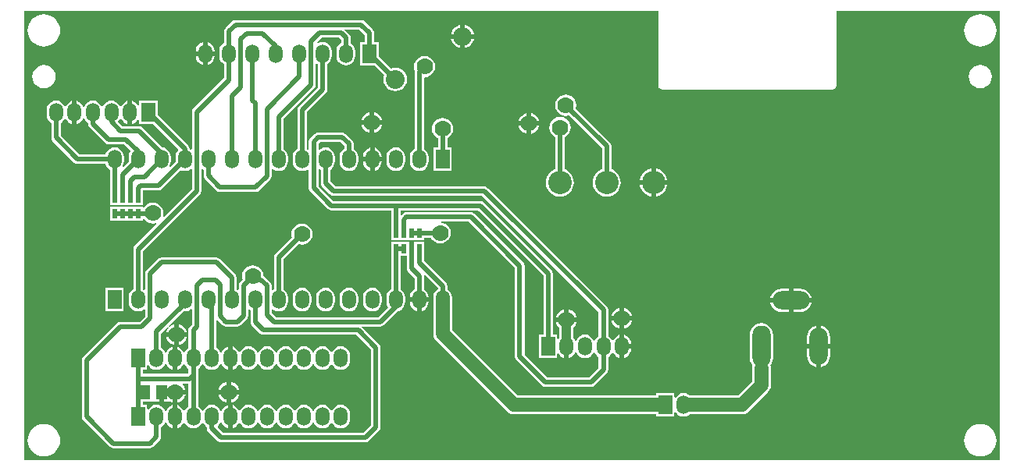
<source format=gbl>
%FSLAX44Y44*%
%MOMM*%
G71*
G01*
G75*
G04 Layer_Physical_Order=2*
G04 Layer_Color=16711680*
%ADD10R,2.2000X0.6000*%
%ADD11R,2.2000X0.6000*%
%ADD12R,1.5000X1.3000*%
%ADD13C,1.2700*%
%ADD14C,0.5080*%
%ADD15C,1.0160*%
%ADD16C,2.0320*%
%ADD17C,2.5400*%
%ADD18R,1.5000X2.0320*%
%ADD19O,1.5000X2.0320*%
%ADD20O,2.0000X4.5000*%
%ADD21O,2.0000X4.0000*%
%ADD22O,4.0000X2.0000*%
%ADD23C,1.5000*%
%ADD24C,1.5000*%
%ADD25C,1.7780*%
%ADD26R,1.3000X1.5000*%
%ADD27R,0.5000X1.0000*%
%ADD28C,1.5240*%
G36*
X934115Y-59615D02*
X-123115D01*
Y427615D01*
X564115D01*
Y346500D01*
X564411Y345013D01*
X565253Y343753D01*
X566513Y342911D01*
X568000Y342615D01*
X753000D01*
X754487Y342911D01*
X755747Y343753D01*
X756589Y345013D01*
X756885Y346500D01*
D01*
D01*
D01*
D01*
D01*
X756885D01*
D01*
D01*
D01*
D01*
Y346500D01*
X756885D01*
D01*
Y346500D01*
D01*
D01*
D01*
D01*
D01*
D01*
D01*
D01*
D01*
D01*
D01*
D01*
Y346500D01*
D01*
X756885D01*
D01*
D01*
D01*
D01*
X756885Y346500D01*
Y427615D01*
X934115D01*
Y-59615D01*
D02*
G37*
%LPC*%
G36*
X314927Y111760D02*
X307340D01*
Y101848D01*
X307421Y101858D01*
X309863Y102870D01*
X311961Y104479D01*
X313570Y106577D01*
X314582Y109019D01*
X314927Y111640D01*
Y111760D01*
D02*
G37*
G36*
X457526Y312680D02*
X454543Y312287D01*
X451762Y311136D01*
X449374Y309303D01*
X447542Y306916D01*
X446391Y304135D01*
X445998Y301152D01*
X446391Y298168D01*
X447542Y295387D01*
X449374Y293000D01*
X451762Y291168D01*
X452347Y290925D01*
Y255754D01*
X451340Y255448D01*
X448692Y254033D01*
X446371Y252129D01*
X444467Y249808D01*
X443052Y247160D01*
X442180Y244288D01*
X441886Y241300D01*
X442180Y238312D01*
X443052Y235440D01*
X444467Y232792D01*
X446371Y230471D01*
X448692Y228567D01*
X451340Y227152D01*
X454212Y226280D01*
X457200Y225986D01*
X460188Y226280D01*
X463060Y227152D01*
X465708Y228567D01*
X468028Y230471D01*
X469933Y232792D01*
X471348Y235440D01*
X472220Y238312D01*
X472514Y241300D01*
X472220Y244288D01*
X471348Y247160D01*
X469933Y249808D01*
X468028Y252129D01*
X465708Y254033D01*
X463060Y255448D01*
X462706Y255556D01*
Y290925D01*
X463291Y291168D01*
X465678Y293000D01*
X467510Y295387D01*
X468662Y298168D01*
X469055Y301152D01*
X468662Y304135D01*
X467510Y306916D01*
X465678Y309303D01*
X463291Y311136D01*
X460510Y312287D01*
X457526Y312680D01*
D02*
G37*
G36*
X717800Y126148D02*
X710340D01*
Y117385D01*
X705260D01*
Y126148D01*
X697800D01*
X694526Y125717D01*
X691476Y124454D01*
X688856Y122444D01*
X686846Y119824D01*
X685583Y116774D01*
X685486Y116040D01*
X694914D01*
X694211Y114987D01*
X693915Y113500D01*
X694211Y112013D01*
X694914Y110960D01*
X685486D01*
X685583Y110226D01*
X686846Y107176D01*
X688856Y104556D01*
X691476Y102546D01*
X694526Y101283D01*
X697800Y100852D01*
X705260D01*
Y109615D01*
X710340D01*
Y100852D01*
X717800D01*
X721074Y101283D01*
X724124Y102546D01*
X726744Y104556D01*
X728754Y107176D01*
X730017Y110226D01*
X730114Y110960D01*
X720686D01*
X721389Y112013D01*
X721685Y113500D01*
X721389Y114987D01*
X720686Y116040D01*
X730114D01*
X730017Y116774D01*
X728754Y119824D01*
X726744Y122444D01*
X724124Y124454D01*
X721074Y125717D01*
X717800Y126148D01*
D02*
G37*
G36*
X254000Y127087D02*
X251379Y126742D01*
X248937Y125730D01*
X246839Y124121D01*
X245230Y122023D01*
X244218Y119581D01*
X243873Y116960D01*
Y111640D01*
X244218Y109019D01*
X245230Y106577D01*
X246839Y104479D01*
X248937Y102870D01*
X251379Y101858D01*
X254000Y101513D01*
X256621Y101858D01*
X259063Y102870D01*
X261161Y104479D01*
X262770Y106577D01*
X263782Y109019D01*
X264127Y111640D01*
Y116960D01*
X263782Y119581D01*
X262770Y122023D01*
X261161Y124121D01*
X259063Y125730D01*
X256621Y126742D01*
X254000Y127087D01*
D02*
G37*
G36*
X-15360Y127000D02*
X-35440D01*
Y101600D01*
X-15360D01*
Y127000D01*
D02*
G37*
G36*
X302260Y111760D02*
X294673D01*
Y111640D01*
X295018Y109019D01*
X296030Y106577D01*
X297639Y104479D01*
X299737Y102870D01*
X302179Y101858D01*
X302260Y101848D01*
Y111760D01*
D02*
G37*
G36*
X561340Y256364D02*
Y243840D01*
X573864D01*
X573820Y244288D01*
X572948Y247160D01*
X571533Y249808D01*
X569628Y252129D01*
X567308Y254033D01*
X564660Y255448D01*
X561788Y256320D01*
X561340Y256364D01*
D02*
G37*
G36*
X279400Y279487D02*
X276779Y279142D01*
X274337Y278130D01*
X272239Y276521D01*
X270630Y274423D01*
X269618Y271981D01*
X269273Y269360D01*
Y264040D01*
X269618Y261419D01*
X270630Y258977D01*
X272239Y256879D01*
X274337Y255270D01*
X276779Y254258D01*
X279400Y253913D01*
X282021Y254258D01*
X284463Y255270D01*
X286561Y256879D01*
X288170Y258977D01*
X289182Y261419D01*
X289527Y264040D01*
Y269360D01*
X289182Y271981D01*
X288170Y274423D01*
X286561Y276521D01*
X284463Y278130D01*
X282021Y279142D01*
X279400Y279487D01*
D02*
G37*
G36*
X310723Y378814D02*
X307739Y378421D01*
X304959Y377270D01*
X302571Y375438D01*
X300739Y373050D01*
X299587Y370269D01*
X299194Y367285D01*
X299587Y364302D01*
X300005Y363294D01*
X299620Y361362D01*
Y278041D01*
X297639Y276521D01*
X296030Y274423D01*
X295018Y271981D01*
X294673Y269360D01*
Y264040D01*
X295018Y261419D01*
X296030Y258977D01*
X297639Y256879D01*
X299737Y255270D01*
X302179Y254258D01*
X304800Y253913D01*
X307421Y254258D01*
X309863Y255270D01*
X311961Y256879D01*
X313570Y258977D01*
X314582Y261419D01*
X314927Y264040D01*
Y269360D01*
X314582Y271981D01*
X313570Y274423D01*
X311961Y276521D01*
X309979Y278041D01*
Y355105D01*
X310723Y355757D01*
X313707Y356150D01*
X316487Y357301D01*
X318875Y359133D01*
X320707Y361521D01*
X321859Y364302D01*
X322252Y367285D01*
X321859Y370269D01*
X320707Y373050D01*
X318875Y375438D01*
X316487Y377270D01*
X313707Y378421D01*
X310723Y378814D01*
D02*
G37*
G36*
X556260Y256364D02*
X555812Y256320D01*
X552940Y255448D01*
X550292Y254033D01*
X547971Y252129D01*
X546067Y249808D01*
X544652Y247160D01*
X543781Y244288D01*
X543736Y243840D01*
X556260D01*
Y256364D01*
D02*
G37*
G36*
X463717Y336802D02*
X460733Y336409D01*
X457953Y335257D01*
X455565Y333425D01*
X453733Y331037D01*
X452581Y328257D01*
X452188Y325273D01*
X452581Y322289D01*
X453733Y319509D01*
X455565Y317121D01*
X457953Y315289D01*
X460733Y314137D01*
X463717Y313745D01*
X466701Y314137D01*
X467286Y314380D01*
X502821Y278845D01*
Y255655D01*
X502140Y255448D01*
X499492Y254033D01*
X497172Y252129D01*
X495267Y249808D01*
X493852Y247160D01*
X492980Y244288D01*
X492686Y241300D01*
X492980Y238312D01*
X493852Y235440D01*
X495267Y232792D01*
X497172Y230471D01*
X499492Y228567D01*
X502140Y227152D01*
X505012Y226280D01*
X508000Y225986D01*
X510988Y226280D01*
X513860Y227152D01*
X516508Y228567D01*
X518829Y230471D01*
X520733Y232792D01*
X522148Y235440D01*
X523019Y238312D01*
X523314Y241300D01*
X523019Y244288D01*
X522148Y247160D01*
X520733Y249808D01*
X518829Y252129D01*
X516508Y254033D01*
X513860Y255448D01*
X513180Y255655D01*
Y280990D01*
X512785Y282972D01*
X511662Y284653D01*
X511662Y284653D01*
X511662D01*
D01*
X511662Y284653D01*
Y284653D01*
X474611Y321704D01*
X474853Y322289D01*
X475246Y325273D01*
X474853Y328257D01*
X473701Y331037D01*
X471869Y333425D01*
X469482Y335257D01*
X466701Y336409D01*
X463717Y336802D01*
D02*
G37*
G36*
X556260Y238760D02*
X543736D01*
X543781Y238312D01*
X544652Y235440D01*
X546067Y232792D01*
X547971Y230471D01*
X550292Y228567D01*
X552940Y227152D01*
X555812Y226280D01*
X556260Y226236D01*
Y238760D01*
D02*
G37*
G36*
X573864D02*
X561340D01*
Y226236D01*
X561788Y226280D01*
X564660Y227152D01*
X567308Y228567D01*
X569628Y230471D01*
X571533Y232792D01*
X572948Y235440D01*
X573820Y238312D01*
X573864Y238760D01*
D02*
G37*
G36*
X534627Y60960D02*
X527040D01*
Y51048D01*
X527121Y51058D01*
X529563Y52070D01*
X531661Y53679D01*
X533270Y55777D01*
X534282Y58219D01*
X534627Y60840D01*
Y60960D01*
D02*
G37*
G36*
X527040Y75952D02*
Y66040D01*
X534627D01*
Y66160D01*
X534282Y68781D01*
X533270Y71223D01*
X531661Y73321D01*
X529563Y74930D01*
X527121Y75942D01*
X527040Y75952D01*
D02*
G37*
G36*
X740340Y85814D02*
Y76386D01*
X739287Y77089D01*
X737800Y77385D01*
X736313Y77089D01*
X735260Y76386D01*
Y85814D01*
X734526Y85717D01*
X731476Y84454D01*
X728856Y82444D01*
X726846Y79824D01*
X725583Y76774D01*
X725152Y73500D01*
Y66040D01*
X733915D01*
Y60960D01*
X725152D01*
Y53500D01*
X725583Y50226D01*
X726846Y47176D01*
X728856Y44556D01*
X731476Y42546D01*
X734526Y41283D01*
X735260Y41186D01*
Y50614D01*
X736313Y49911D01*
X737800Y49615D01*
X739287Y49911D01*
X740340Y50614D01*
Y41186D01*
X741074Y41283D01*
X744124Y42546D01*
X746744Y44556D01*
X748754Y47176D01*
X750017Y50226D01*
X750448Y53500D01*
Y60960D01*
X741685D01*
Y66040D01*
X750448D01*
Y73500D01*
X750017Y76774D01*
X748754Y79824D01*
X746744Y82444D01*
X744124Y84454D01*
X741074Y85717D01*
X740340Y85814D01*
D02*
G37*
G36*
X-102000Y-20875D02*
X-105438Y-21214D01*
X-108745Y-22217D01*
X-111792Y-23846D01*
X-114463Y-26037D01*
X-116655Y-28708D01*
X-118283Y-31755D01*
X-119286Y-35062D01*
X-119625Y-38500D01*
X-119286Y-41938D01*
X-118283Y-45245D01*
X-116655Y-48292D01*
X-114463Y-50963D01*
X-111792Y-53155D01*
X-108745Y-54783D01*
X-105438Y-55786D01*
X-102000Y-56125D01*
X-98562Y-55786D01*
X-95255Y-54783D01*
X-92208Y-53155D01*
X-89537Y-50963D01*
X-87346Y-48292D01*
X-85717Y-45245D01*
X-84714Y-41938D01*
X-84375Y-38500D01*
X-84714Y-35062D01*
X-85717Y-31755D01*
X-87346Y-28708D01*
X-89537Y-26037D01*
X-92208Y-23846D01*
X-95255Y-22217D01*
X-98562Y-21214D01*
X-102000Y-20875D01*
D02*
G37*
G36*
X913000D02*
X909562Y-21214D01*
X906255Y-22217D01*
X903208Y-23846D01*
X900537Y-26037D01*
X898345Y-28708D01*
X896717Y-31755D01*
X895714Y-35062D01*
X895375Y-38500D01*
X895714Y-41938D01*
X896717Y-45245D01*
X898345Y-48292D01*
X900537Y-50963D01*
X903208Y-53155D01*
X906255Y-54783D01*
X909562Y-55786D01*
X913000Y-56125D01*
X916439Y-55786D01*
X919745Y-54783D01*
X922792Y-53155D01*
X925463Y-50963D01*
X927654Y-48292D01*
X929283Y-45245D01*
X930286Y-41938D01*
X930625Y-38500D01*
X930286Y-35062D01*
X929283Y-31755D01*
X927654Y-28708D01*
X925463Y-26037D01*
X922792Y-23846D01*
X919745Y-22217D01*
X916439Y-21214D01*
X913000Y-20875D01*
D02*
G37*
G36*
X51580Y11176D02*
X42926D01*
Y2522D01*
X43370Y2580D01*
X46150Y3732D01*
X48538Y5564D01*
X50370Y7952D01*
X51522Y10732D01*
X51580Y11176D01*
D02*
G37*
G36*
X521960Y91430D02*
X513306D01*
X513364Y90986D01*
X514516Y88206D01*
X516348Y85818D01*
X518736Y83986D01*
X521516Y82834D01*
X521960Y82776D01*
Y91430D01*
D02*
G37*
G36*
X177800Y127087D02*
X175179Y126742D01*
X172737Y125730D01*
X170639Y124121D01*
X169030Y122023D01*
X168018Y119581D01*
X167673Y116960D01*
Y111640D01*
X168018Y109019D01*
X169030Y106577D01*
X170639Y104479D01*
X172737Y102870D01*
X175179Y101858D01*
X177800Y101513D01*
X180421Y101858D01*
X182863Y102870D01*
X184961Y104479D01*
X186570Y106577D01*
X187582Y109019D01*
X187927Y111640D01*
Y116960D01*
X187582Y119581D01*
X186570Y122023D01*
X184961Y124121D01*
X182863Y125730D01*
X180421Y126742D01*
X177800Y127087D01*
D02*
G37*
G36*
X203200D02*
X200579Y126742D01*
X198137Y125730D01*
X196039Y124121D01*
X194430Y122023D01*
X193418Y119581D01*
X193073Y116960D01*
Y111640D01*
X193418Y109019D01*
X194430Y106577D01*
X196039Y104479D01*
X198137Y102870D01*
X200579Y101858D01*
X203200Y101513D01*
X205821Y101858D01*
X208263Y102870D01*
X210361Y104479D01*
X211970Y106577D01*
X212982Y109019D01*
X213327Y111640D01*
Y116960D01*
X212982Y119581D01*
X211970Y122023D01*
X210361Y124121D01*
X208263Y125730D01*
X205821Y126742D01*
X203200Y127087D01*
D02*
G37*
G36*
X228600D02*
X225979Y126742D01*
X223537Y125730D01*
X221439Y124121D01*
X219830Y122023D01*
X218818Y119581D01*
X218473Y116960D01*
Y111640D01*
X218818Y109019D01*
X219830Y106577D01*
X221439Y104479D01*
X223537Y102870D01*
X225979Y101858D01*
X228600Y101513D01*
X231221Y101858D01*
X233663Y102870D01*
X235761Y104479D01*
X237370Y106577D01*
X238382Y109019D01*
X238727Y111640D01*
Y116960D01*
X238382Y119581D01*
X237370Y122023D01*
X235761Y124121D01*
X233663Y125730D01*
X231221Y126742D01*
X228600Y127087D01*
D02*
G37*
G36*
X535694Y91430D02*
X527040D01*
Y82776D01*
X527484Y82834D01*
X530264Y83986D01*
X532652Y85818D01*
X534484Y88206D01*
X535636Y90986D01*
X535694Y91430D01*
D02*
G37*
G36*
X521960Y105164D02*
X521516Y105106D01*
X518736Y103954D01*
X516348Y102122D01*
X514516Y99734D01*
X513364Y96954D01*
X513306Y96510D01*
X521960D01*
Y105164D01*
D02*
G37*
G36*
X527040D02*
Y96510D01*
X535694D01*
X535636Y96954D01*
X534484Y99734D01*
X532652Y102122D01*
X530264Y103954D01*
X527484Y105106D01*
X527040Y105164D01*
D02*
G37*
G36*
X83127Y378960D02*
X75540D01*
Y369048D01*
X75621Y369058D01*
X78063Y370070D01*
X80161Y371679D01*
X81770Y373777D01*
X82782Y376219D01*
X83127Y378840D01*
Y378960D01*
D02*
G37*
G36*
X70460Y393952D02*
X70379Y393942D01*
X67937Y392930D01*
X65839Y391321D01*
X64230Y389223D01*
X63218Y386781D01*
X62873Y384160D01*
Y384040D01*
X70460D01*
Y393952D01*
D02*
G37*
G36*
X241897Y417929D02*
X105812D01*
X103830Y417535D01*
X102150Y416413D01*
X94738Y409000D01*
X93615Y407320D01*
X93221Y405338D01*
Y392841D01*
X91239Y391321D01*
X89630Y389223D01*
X88618Y386781D01*
X88273Y384160D01*
Y378840D01*
X88618Y376219D01*
X89630Y373777D01*
X91239Y371679D01*
X93221Y370159D01*
Y354920D01*
X59951Y321651D01*
X58828Y319970D01*
X58434Y317988D01*
Y277593D01*
X57295Y277031D01*
X55923Y278084D01*
X55585Y279782D01*
X55135Y280455D01*
X54462Y281462D01*
X54462Y281462D01*
X21140Y314785D01*
Y330200D01*
X1060D01*
Y325716D01*
X144Y325337D01*
X-143Y325240D01*
X-1739Y327321D01*
X-3837Y328930D01*
X-6279Y329942D01*
X-6360Y329952D01*
Y317498D01*
Y305048D01*
X-6279Y305058D01*
X-3837Y306070D01*
X-1739Y307679D01*
X-143Y309760D01*
X144Y309663D01*
X1060Y309284D01*
Y304800D01*
X16475D01*
X43708Y277567D01*
X43639Y276521D01*
X42030Y274423D01*
X41018Y271981D01*
X40673Y269360D01*
Y264040D01*
X40690Y263915D01*
X35353Y258578D01*
X34297Y259284D01*
X35182Y261419D01*
X35527Y264040D01*
Y269360D01*
X35182Y271981D01*
X34170Y274423D01*
X32561Y276521D01*
X30463Y278130D01*
X28021Y279142D01*
X26596Y279329D01*
X4762Y301162D01*
X3082Y302285D01*
X1100Y302680D01*
X-16755D01*
X-21740Y307665D01*
X-21739Y307679D01*
X-20130Y309777D01*
X-19535Y311213D01*
X-18265D01*
X-17670Y309777D01*
X-16061Y307679D01*
X-13963Y306070D01*
X-11521Y305058D01*
X-11440Y305048D01*
Y317498D01*
Y329952D01*
X-11521Y329942D01*
X-13963Y328930D01*
X-16061Y327321D01*
X-17670Y325223D01*
X-18265Y323787D01*
X-19535D01*
X-20130Y325223D01*
X-21739Y327321D01*
X-23837Y328930D01*
X-26279Y329942D01*
X-28900Y330287D01*
X-31521Y329942D01*
X-33963Y328930D01*
X-36061Y327321D01*
X-37670Y325223D01*
X-38265Y323787D01*
X-39535D01*
X-40130Y325223D01*
X-41739Y327321D01*
X-43837Y328930D01*
X-46279Y329942D01*
X-48900Y330287D01*
X-51521Y329942D01*
X-53963Y328930D01*
X-56061Y327321D01*
X-57670Y325223D01*
X-58265Y323787D01*
X-59535D01*
X-60130Y325223D01*
X-61739Y327321D01*
X-63837Y328930D01*
X-66279Y329942D01*
X-66360Y329952D01*
Y317498D01*
Y305048D01*
X-66279Y305058D01*
X-63837Y306070D01*
X-61739Y307679D01*
X-60130Y309777D01*
X-59535Y311213D01*
X-58265D01*
X-57670Y309777D01*
X-56061Y307679D01*
X-54079Y306159D01*
X-54079Y306159D01*
X-54080Y305351D01*
X-54079Y305351D01*
X-54079D01*
X-53685Y303369D01*
X-52562Y301689D01*
X-35317Y284443D01*
X-33637Y283321D01*
X-31655Y282926D01*
X-15015D01*
X-7790Y275701D01*
X-8770Y274423D01*
X-9782Y271981D01*
X-10127Y269360D01*
Y264040D01*
X-10110Y263915D01*
X-15447Y258578D01*
X-16503Y259284D01*
X-15618Y261419D01*
X-15273Y264040D01*
Y269360D01*
X-15618Y271981D01*
X-16630Y274423D01*
X-18239Y276521D01*
X-20337Y278130D01*
X-22779Y279142D01*
X-25400Y279487D01*
X-28021Y279142D01*
X-30463Y278130D01*
X-32561Y276521D01*
X-34170Y274423D01*
X-35182Y271981D01*
X-35195Y271880D01*
X-63284D01*
X-83721Y292316D01*
Y306159D01*
X-81739Y307679D01*
X-80130Y309777D01*
X-79535Y311213D01*
X-78265D01*
X-77670Y309777D01*
X-76061Y307679D01*
X-73963Y306070D01*
X-71521Y305058D01*
X-71440Y305048D01*
Y317498D01*
Y329952D01*
X-71521Y329942D01*
X-73963Y328930D01*
X-76061Y327321D01*
X-77670Y325223D01*
X-78265Y323787D01*
X-79535D01*
X-80130Y325223D01*
X-81739Y327321D01*
X-83837Y328930D01*
X-86279Y329942D01*
X-88900Y330287D01*
X-91521Y329942D01*
X-93963Y328930D01*
X-96061Y327321D01*
X-97670Y325223D01*
X-98682Y322781D01*
X-99027Y320160D01*
Y314840D01*
X-98682Y312219D01*
X-97670Y309777D01*
X-96061Y307679D01*
X-94080Y306159D01*
Y290170D01*
X-94080Y290170D01*
X-94080D01*
X-93685Y288188D01*
X-92563Y286508D01*
X-69092Y263037D01*
D01*
X-69092Y263037D01*
X-69092Y263037D01*
D01*
D01*
D01*
X-69092Y263037D01*
Y263037D01*
X-67412Y261915D01*
X-65430Y261521D01*
X-35195D01*
X-35182Y261419D01*
X-34170Y258977D01*
X-32561Y256879D01*
X-30580Y255359D01*
Y224367D01*
X-30440Y223665D01*
Y216827D01*
X5040D01*
Y223665D01*
X5179Y224367D01*
Y232818D01*
X22097D01*
X24080Y233212D01*
X25760Y234335D01*
Y234335D01*
X25760D01*
D01*
D01*
D01*
D01*
D01*
D01*
X25760D01*
D01*
X25760D01*
Y234335D01*
D01*
D01*
D01*
D01*
Y234335D01*
D01*
D01*
D01*
D01*
D01*
D01*
Y234335D01*
D01*
D01*
X25760D01*
D01*
D01*
D01*
X46414Y254989D01*
X48179Y254258D01*
X50800Y253913D01*
X53421Y254258D01*
X55863Y255270D01*
X57295Y256369D01*
X58434Y255807D01*
Y234611D01*
X28038Y204216D01*
X26983Y204921D01*
X27138Y205296D01*
X27531Y208280D01*
X27138Y211264D01*
X25986Y214044D01*
X24154Y216432D01*
X21766Y218264D01*
X18986Y219416D01*
X16002Y219809D01*
X13018Y219416D01*
X10238Y218264D01*
X7850Y216432D01*
X6243Y214337D01*
X5040Y214745D01*
Y214973D01*
X-30440D01*
Y208135D01*
X-30580Y207433D01*
X-30440Y206732D01*
Y199893D01*
X5040D01*
Y201815D01*
X6243Y202223D01*
X7850Y200128D01*
X10238Y198296D01*
X13018Y197144D01*
X16002Y196751D01*
X18986Y197144D01*
X19361Y197299D01*
X20066Y196243D01*
X-3663Y172515D01*
X-4785Y170835D01*
X-5179Y168852D01*
Y125641D01*
X-7161Y124121D01*
X-8770Y122023D01*
X-9782Y119581D01*
X-10127Y116960D01*
Y111640D01*
X-9782Y109019D01*
X-8770Y106577D01*
X-7161Y104479D01*
X-5063Y102870D01*
X-2621Y101858D01*
X0Y101513D01*
X2621Y101858D01*
X5063Y102870D01*
X6381Y103882D01*
X7520Y103320D01*
Y96125D01*
X1665Y90269D01*
X-19050D01*
X-19050Y90269D01*
X-21032Y89875D01*
X-22713Y88752D01*
X-59542Y51922D01*
X-60665Y50242D01*
X-61059Y48260D01*
Y-12700D01*
X-61059Y-12700D01*
X-61059D01*
X-60665Y-14682D01*
X-59542Y-16363D01*
X-30333Y-45573D01*
X-28652Y-46695D01*
X-26670Y-47090D01*
X-26670Y-47090D01*
X12700D01*
X14682Y-46695D01*
X16362Y-45573D01*
Y-45573D01*
X16363D01*
D01*
D01*
D01*
D01*
D01*
D01*
X16363D01*
D01*
X16363D01*
Y-45573D01*
D01*
D01*
D01*
D01*
Y-45573D01*
D01*
D01*
D01*
D01*
D01*
D01*
Y-45573D01*
D01*
D01*
X16363D01*
D01*
D01*
D01*
X23663Y-38273D01*
X24785Y-36592D01*
X25180Y-34610D01*
D01*
D01*
D01*
D01*
D01*
X25180D01*
D01*
D01*
D01*
D01*
Y-34610D01*
X25180D01*
D01*
Y-34610D01*
D01*
D01*
D01*
D01*
D01*
D01*
D01*
D01*
D01*
D01*
D01*
D01*
Y-34610D01*
D01*
X25180D01*
D01*
D01*
D01*
D01*
X25180Y-34610D01*
Y-24041D01*
X27161Y-22521D01*
X28770Y-20423D01*
X29365Y-18987D01*
X30635D01*
X31230Y-20423D01*
X32839Y-22521D01*
X34937Y-24130D01*
X37379Y-25142D01*
X37460Y-25152D01*
Y-12702D01*
Y-248D01*
X37379Y-258D01*
X34937Y-1270D01*
X32839Y-2879D01*
X31230Y-4977D01*
X30635Y-6413D01*
X29365D01*
X28770Y-4977D01*
X27161Y-2879D01*
X25063Y-1270D01*
X22621Y-258D01*
X20000Y87D01*
X17379Y-258D01*
X14937Y-1270D01*
X12839Y-2879D01*
X11243Y-4960D01*
X10956Y-4863D01*
X10040Y-4484D01*
Y0D01*
X5179D01*
Y3930D01*
X16050D01*
Y3930D01*
X16050D01*
X16050Y3930D01*
X16970D01*
Y3930D01*
X23470D01*
Y13973D01*
X28550D01*
Y3930D01*
X34364D01*
X34622Y3732D01*
X37402Y2580D01*
X37846Y2522D01*
Y13719D01*
X40384D01*
Y16256D01*
X51580D01*
X51522Y16700D01*
X50370Y19480D01*
X48538Y21868D01*
X48280Y22066D01*
X48688Y23268D01*
X54820D01*
Y-1359D01*
X52839Y-2879D01*
X51230Y-4977D01*
X50635Y-6413D01*
X49365D01*
X48770Y-4977D01*
X47161Y-2879D01*
X45063Y-1270D01*
X42621Y-258D01*
X42540Y-248D01*
Y-12702D01*
Y-25152D01*
X42621Y-25142D01*
X45063Y-24130D01*
X47161Y-22521D01*
X48770Y-20423D01*
X49365Y-18987D01*
X50635D01*
X51230Y-20423D01*
X52839Y-22521D01*
X54937Y-24130D01*
X57379Y-25142D01*
X60000Y-25487D01*
X62621Y-25142D01*
X65063Y-24130D01*
X67161Y-22521D01*
X68770Y-20423D01*
X69365Y-18987D01*
X70635D01*
X71230Y-20423D01*
X72839Y-22521D01*
X74820Y-24041D01*
Y-25400D01*
X74820Y-25400D01*
X74820D01*
X75215Y-27382D01*
X76337Y-29062D01*
X86488Y-39213D01*
X88168Y-40335D01*
X90150Y-40729D01*
X246390D01*
X248372Y-40335D01*
X250052Y-39213D01*
Y-39213D01*
X250053D01*
D01*
D01*
D01*
D01*
D01*
D01*
X250053D01*
D01*
X250053D01*
Y-39213D01*
D01*
D01*
D01*
D01*
Y-39213D01*
D01*
D01*
D01*
D01*
D01*
D01*
Y-39212D01*
D01*
D01*
X250053D01*
D01*
D01*
D01*
X261472Y-27792D01*
X262595Y-26112D01*
X262990Y-24130D01*
D01*
D01*
D01*
D01*
D01*
X262990D01*
D01*
D01*
D01*
D01*
Y-24130D01*
X262990D01*
D01*
Y-24130D01*
D01*
D01*
D01*
D01*
D01*
D01*
D01*
D01*
D01*
D01*
D01*
D01*
Y-24130D01*
D01*
X262990D01*
D01*
D01*
D01*
D01*
X262990Y-24130D01*
Y62230D01*
X262595Y64212D01*
X261472Y65892D01*
X261472Y65893D01*
D01*
X261472D01*
D01*
D01*
X261472Y65893D01*
X261472Y65893D01*
X261472D01*
D01*
D01*
X261472Y65893D01*
X242423Y84943D01*
X242437Y84991D01*
X262890D01*
X264872Y85385D01*
X266552Y86508D01*
Y86508D01*
X266553D01*
D01*
D01*
D01*
D01*
D01*
D01*
X266553D01*
D01*
X266553D01*
Y86508D01*
D01*
D01*
D01*
D01*
Y86508D01*
D01*
D01*
D01*
D01*
D01*
D01*
Y86508D01*
D01*
D01*
X266553D01*
D01*
D01*
D01*
D01*
X281886Y101841D01*
X282021Y101858D01*
X284463Y102870D01*
X286561Y104479D01*
X288170Y106577D01*
X289182Y109019D01*
X289527Y111640D01*
Y116960D01*
X289182Y119581D01*
X288170Y122023D01*
X286561Y124121D01*
X284580Y125641D01*
Y161793D01*
X291154D01*
Y148257D01*
X291154Y148257D01*
X291154D01*
X291548Y146274D01*
X292671Y144594D01*
X299620Y137645D01*
Y125641D01*
X297639Y124121D01*
X296030Y122023D01*
X295018Y119581D01*
X294673Y116960D01*
Y116840D01*
X314927D01*
Y116960D01*
X314582Y119581D01*
X313570Y122023D01*
X311961Y124121D01*
X309979Y125641D01*
Y139790D01*
X309876Y140313D01*
X310996Y140912D01*
X325020Y126887D01*
Y125641D01*
X323039Y124121D01*
X321430Y122023D01*
X320418Y119581D01*
X320073Y116960D01*
Y115219D01*
X319952Y114300D01*
Y77555D01*
X319952Y77555D01*
X320302Y74903D01*
X321325Y72431D01*
X322954Y70309D01*
X400509Y-7246D01*
X402631Y-8875D01*
X405103Y-9898D01*
X407755Y-10248D01*
X407755Y-10248D01*
X561460D01*
Y-12700D01*
X581540D01*
Y-8216D01*
X582456Y-7837D01*
X582743Y-7740D01*
X584339Y-9821D01*
X586437Y-11430D01*
X588879Y-12442D01*
X591500Y-12787D01*
X594121Y-12442D01*
X596563Y-11430D01*
X598104Y-10248D01*
X654739D01*
X654740Y-10248D01*
X657392Y-9898D01*
X659864Y-8875D01*
X661986Y-7246D01*
X683046Y13814D01*
X683046Y13814D01*
X684675Y15936D01*
X685698Y18408D01*
X685698D01*
D01*
D01*
D01*
D01*
X685698D01*
D01*
D01*
D01*
D01*
Y18408D01*
X685699D01*
D01*
Y18408D01*
D01*
D01*
D01*
D01*
D01*
D01*
D01*
D01*
D01*
D01*
D01*
D01*
Y18408D01*
D01*
X685698D01*
D01*
D01*
D01*
D01*
X685698Y18408D01*
X686048Y21060D01*
X686048Y21061D01*
Y39570D01*
X685698Y42222D01*
X685408Y42923D01*
X686754Y44676D01*
X688017Y47726D01*
X688448Y51000D01*
Y76000D01*
X688017Y79274D01*
X686754Y82324D01*
X684744Y84944D01*
X682124Y86954D01*
X679074Y88217D01*
X675800Y88648D01*
X672526Y88217D01*
X669476Y86954D01*
X666856Y84944D01*
X664846Y82324D01*
X663583Y79274D01*
X663152Y76000D01*
Y51000D01*
X663583Y47726D01*
X664846Y44676D01*
X666192Y42923D01*
X665901Y42222D01*
X665552Y39570D01*
Y25305D01*
X650495Y10248D01*
X598104D01*
X596563Y11430D01*
X594121Y12442D01*
X591500Y12787D01*
X588879Y12442D01*
X586437Y11430D01*
X584339Y9821D01*
X582743Y7740D01*
X582456Y7837D01*
X581540Y8216D01*
Y12700D01*
X561460D01*
Y10248D01*
X412000D01*
X340448Y81800D01*
Y114300D01*
X340327Y115219D01*
Y116960D01*
X339982Y119581D01*
X338970Y122023D01*
X337361Y124121D01*
X335379Y125641D01*
Y129032D01*
X335379Y129032D01*
X334985Y131014D01*
X333862Y132695D01*
X333862Y132695D01*
X309979Y156578D01*
Y169333D01*
X309840Y170035D01*
Y176873D01*
X298873D01*
Y169331D01*
X293793D01*
Y176873D01*
X274360D01*
Y170035D01*
X274221Y169333D01*
Y125641D01*
X272239Y124121D01*
X270630Y122023D01*
X269618Y119581D01*
X269273Y116960D01*
Y111640D01*
X269618Y109019D01*
X270630Y106577D01*
X271213Y105817D01*
X260745Y95350D01*
X149465D01*
X144880Y99935D01*
Y103320D01*
X146019Y103882D01*
X147337Y102870D01*
X149779Y101858D01*
X152400Y101513D01*
X155021Y101858D01*
X157463Y102870D01*
X159561Y104479D01*
X161170Y106577D01*
X162182Y109019D01*
X162527Y111640D01*
Y116960D01*
X162182Y119581D01*
X161170Y122023D01*
X159561Y124121D01*
X157579Y125641D01*
Y157875D01*
X174231Y174526D01*
X174816Y174284D01*
X177800Y173891D01*
X180784Y174284D01*
X183564Y175436D01*
X185952Y177268D01*
X187784Y179656D01*
X188936Y182436D01*
X189329Y185420D01*
X188936Y188404D01*
X187784Y191184D01*
X185952Y193572D01*
X183564Y195404D01*
X180784Y196556D01*
X177800Y196949D01*
X174816Y196556D01*
X172036Y195404D01*
X169648Y193572D01*
X167816Y191184D01*
X166664Y188404D01*
X166271Y185420D01*
X166664Y182436D01*
X166906Y181851D01*
X148737Y163682D01*
X147615Y162002D01*
X147220Y160020D01*
Y125641D01*
X146019Y124719D01*
X144880Y125280D01*
Y129540D01*
X144485Y131522D01*
X143363Y133202D01*
X137013Y139552D01*
X135948Y140264D01*
X135596Y142938D01*
X134444Y145718D01*
X132612Y148106D01*
X130224Y149938D01*
X127444Y151090D01*
X124460Y151483D01*
X121476Y151090D01*
X118696Y149938D01*
X116308Y148106D01*
X114476Y145718D01*
X113324Y142938D01*
X112931Y139954D01*
X113324Y136970D01*
X113641Y136206D01*
X110638Y133202D01*
X109515Y131522D01*
X109121Y129540D01*
Y125280D01*
X107981Y124719D01*
X106779Y125641D01*
Y138430D01*
X106385Y140412D01*
X105262Y142093D01*
X88752Y158603D01*
X87072Y159725D01*
X85090Y160119D01*
X25400D01*
X23418Y159725D01*
X21737Y158603D01*
X9038Y145903D01*
X7915Y144222D01*
X7520Y142240D01*
Y125280D01*
X6381Y124719D01*
X5179Y125641D01*
Y166707D01*
X67276Y228803D01*
X67276Y228803D01*
X67949Y229811D01*
X68399Y230484D01*
X68793Y232466D01*
Y255633D01*
X69932Y256194D01*
X71020Y255359D01*
Y248950D01*
X71020Y248950D01*
X71020D01*
X71415Y246968D01*
X72537Y245287D01*
X85005Y232820D01*
D01*
X85005Y232820D01*
X85005Y232820D01*
D01*
D01*
D01*
X85005Y232820D01*
Y232820D01*
X86685Y231697D01*
X88668Y231303D01*
X127519D01*
X129501Y231697D01*
X131182Y232820D01*
X143349Y244988D01*
X144472Y246668D01*
X144866Y248650D01*
Y255730D01*
X146005Y256292D01*
X147337Y255270D01*
X149779Y254258D01*
X152400Y253913D01*
X155021Y254258D01*
X157463Y255270D01*
X159561Y256879D01*
X161170Y258977D01*
X162182Y261419D01*
X162527Y264040D01*
Y269360D01*
X162182Y271981D01*
X161170Y274423D01*
X159561Y276521D01*
X157579Y278041D01*
Y310531D01*
X190972Y343924D01*
X192094Y345604D01*
X192489Y347586D01*
Y370513D01*
X193628Y371074D01*
X194820Y370159D01*
Y344600D01*
X174137Y323917D01*
X173015Y322237D01*
X172621Y320254D01*
Y278041D01*
X170639Y276521D01*
X169030Y274423D01*
X168018Y271981D01*
X167673Y269360D01*
Y264040D01*
X168018Y261419D01*
X169030Y258977D01*
X170639Y256879D01*
X172737Y255270D01*
X175179Y254258D01*
X177800Y253913D01*
X180421Y254258D01*
X182863Y255270D01*
X184151Y256258D01*
X185290Y255696D01*
Y235195D01*
X185290Y235195D01*
X185290D01*
X185684Y233213D01*
X186807Y231533D01*
X205785Y212554D01*
X207465Y211432D01*
X209448Y211037D01*
X274221D01*
Y186267D01*
X274360Y185565D01*
Y178727D01*
X309840D01*
Y181087D01*
X317609D01*
X317676Y180926D01*
X319508Y178538D01*
X321896Y176706D01*
X324676Y175554D01*
X327660Y175161D01*
X330644Y175554D01*
X333424Y176706D01*
X335812Y178538D01*
X337644Y180926D01*
X338796Y183706D01*
X339189Y186690D01*
X338796Y189674D01*
X337644Y192454D01*
X335812Y194842D01*
X333424Y196674D01*
X330644Y197826D01*
X327660Y198219D01*
X328448Y199007D01*
X358605D01*
X408652Y148959D01*
Y52404D01*
X408652Y52404D01*
X408652D01*
X409047Y50422D01*
X410170Y48741D01*
X437775Y21136D01*
X437775Y21136D01*
X437775Y21136D01*
X437775Y21136D01*
Y21136D01*
X439456Y20013D01*
X441438Y19619D01*
X491198D01*
X493180Y20013D01*
X494861Y21136D01*
X508162Y34437D01*
X508162Y34437D01*
X509285Y36118D01*
D01*
D01*
D01*
Y36118D01*
X509285D01*
D01*
D01*
D01*
D01*
X509285D01*
D01*
D01*
D01*
D01*
Y36118D01*
X509285D01*
D01*
Y36118D01*
D01*
D01*
D01*
D01*
D01*
D01*
D01*
D01*
D01*
D01*
D01*
D01*
Y36118D01*
D01*
X509285D01*
D01*
D01*
D01*
D01*
X509285Y36118D01*
X509679Y38100D01*
X509679Y38100D01*
Y52159D01*
X511661Y53679D01*
X513270Y55777D01*
X513865Y57213D01*
X515135D01*
X515730Y55777D01*
X517339Y53679D01*
X519437Y52070D01*
X521879Y51058D01*
X521960Y51048D01*
Y63498D01*
Y75952D01*
X521879Y75942D01*
X519437Y74930D01*
X517339Y73321D01*
X515730Y71223D01*
X515135Y69787D01*
X513865D01*
X513270Y71223D01*
X511661Y73321D01*
X509679Y74841D01*
Y103110D01*
X509285Y105092D01*
X508162Y106773D01*
X508162Y106773D01*
D01*
D01*
D01*
D01*
X508162Y106773D01*
D01*
D01*
X508162D01*
X379041Y235894D01*
X377360Y237017D01*
X375378Y237411D01*
X213881D01*
X208379Y242913D01*
Y255359D01*
X210361Y256879D01*
X211970Y258977D01*
X212982Y261419D01*
X213327Y264040D01*
Y269360D01*
X212982Y271981D01*
X211970Y274423D01*
X210361Y276521D01*
X208263Y278130D01*
X205821Y279142D01*
X203200Y279487D01*
X200579Y279142D01*
X198137Y278130D01*
X196788Y277095D01*
X195649Y277657D01*
Y283559D01*
X197607Y285518D01*
X219256D01*
X223421Y281354D01*
Y278041D01*
X221439Y276521D01*
X219830Y274423D01*
X218818Y271981D01*
X218473Y269360D01*
Y264040D01*
X218818Y261419D01*
X219830Y258977D01*
X221439Y256879D01*
X223537Y255270D01*
X225979Y254258D01*
X228600Y253913D01*
X231221Y254258D01*
X233663Y255270D01*
X235761Y256879D01*
X237370Y258977D01*
X238382Y261419D01*
X238727Y264040D01*
Y269360D01*
X238382Y271981D01*
X237370Y274423D01*
X235761Y276521D01*
X233780Y278041D01*
Y283499D01*
X233385Y285481D01*
X232262Y287162D01*
X225064Y294360D01*
X223384Y295482D01*
X221402Y295877D01*
X195462D01*
X195462Y295877D01*
X193479Y295482D01*
X191799Y294360D01*
X186807Y289367D01*
X185684Y287687D01*
X185290Y285705D01*
Y277704D01*
X184151Y277142D01*
X182980Y278041D01*
Y318109D01*
X203662Y338792D01*
X204785Y340472D01*
X205180Y342454D01*
Y370159D01*
X207161Y371679D01*
X208770Y373777D01*
X209782Y376219D01*
X210127Y378840D01*
Y384160D01*
X209782Y386781D01*
X208770Y389223D01*
X207161Y391321D01*
X205063Y392930D01*
X202621Y393942D01*
X200000Y394287D01*
X197379Y393942D01*
X195056Y392979D01*
X194350Y394035D01*
X198995Y398680D01*
X218019D01*
X220221Y396479D01*
Y392841D01*
X218239Y391321D01*
X216630Y389223D01*
X215618Y386781D01*
X215273Y384160D01*
Y378840D01*
X215618Y376219D01*
X216630Y373777D01*
X218239Y371679D01*
X220337Y370070D01*
X222779Y369058D01*
X225400Y368713D01*
X228021Y369058D01*
X230463Y370070D01*
X232561Y371679D01*
X234170Y373777D01*
X235182Y376219D01*
X235527Y378840D01*
Y384160D01*
X235182Y386781D01*
X234170Y389223D01*
X232561Y391321D01*
X230579Y392841D01*
Y398624D01*
X230185Y400606D01*
X229062Y402287D01*
X223827Y407523D01*
X223841Y407570D01*
X239752D01*
X245620Y401702D01*
Y394200D01*
X240760D01*
Y368800D01*
X256175D01*
X266987Y357988D01*
X266479Y356763D01*
X266043Y353447D01*
X266479Y350132D01*
X267759Y347043D01*
X269795Y344390D01*
X272448Y342354D01*
X275537Y341074D01*
X278853Y340638D01*
X282168Y341074D01*
X285257Y342354D01*
X287910Y344390D01*
X289946Y347043D01*
X291226Y350132D01*
X291662Y353447D01*
X291226Y356763D01*
X289946Y359852D01*
X287910Y362505D01*
X285257Y364541D01*
X282168Y365821D01*
X278853Y366257D01*
X275537Y365821D01*
X274312Y365313D01*
X260840Y378785D01*
Y394200D01*
X255979D01*
Y403847D01*
X255979Y403847D01*
Y403847D01*
X255980D01*
X255979Y403847D01*
D01*
D01*
D01*
D01*
X255979Y403847D01*
D01*
X255585Y405829D01*
X254463Y407510D01*
X245560Y416413D01*
X243879Y417535D01*
X241897Y417929D01*
D02*
G37*
G36*
X-102000Y369148D02*
X-105274Y368717D01*
X-108324Y367454D01*
X-110944Y365444D01*
X-112954Y362824D01*
X-114217Y359774D01*
X-114648Y356500D01*
X-114217Y353226D01*
X-112954Y350176D01*
X-110944Y347556D01*
X-108324Y345546D01*
X-105274Y344283D01*
X-102000Y343852D01*
X-98726Y344283D01*
X-95676Y345546D01*
X-93056Y347556D01*
X-91046Y350176D01*
X-89783Y353226D01*
X-89352Y356500D01*
X-89783Y359774D01*
X-91046Y362824D01*
X-93056Y365444D01*
X-95676Y367454D01*
X-98726Y368717D01*
X-102000Y369148D01*
D02*
G37*
G36*
X913000D02*
X909726Y368717D01*
X906676Y367454D01*
X904056Y365444D01*
X902046Y362824D01*
X900783Y359774D01*
X900352Y356500D01*
X900783Y353226D01*
X902046Y350176D01*
X904056Y347556D01*
X906676Y345546D01*
X909726Y344283D01*
X913000Y343852D01*
X916274Y344283D01*
X919324Y345546D01*
X921944Y347556D01*
X923954Y350176D01*
X925217Y353226D01*
X925648Y356500D01*
X925217Y359774D01*
X923954Y362824D01*
X921944Y365444D01*
X919324Y367454D01*
X916274Y368717D01*
X913000Y369148D01*
D02*
G37*
G36*
X70460Y378960D02*
X62873D01*
Y378840D01*
X63218Y376219D01*
X64230Y373777D01*
X65839Y371679D01*
X67937Y370070D01*
X70379Y369058D01*
X70460Y369048D01*
Y378960D01*
D02*
G37*
G36*
X354330Y412525D02*
Y402590D01*
X364265D01*
X364163Y403365D01*
X362883Y406455D01*
X360848Y409108D01*
X358195Y411143D01*
X355105Y412423D01*
X354330Y412525D01*
D02*
G37*
G36*
X349250D02*
X348475Y412423D01*
X345385Y411143D01*
X342732Y409108D01*
X340697Y406455D01*
X339417Y403365D01*
X339315Y402590D01*
X349250D01*
Y412525D01*
D02*
G37*
G36*
X364265Y397510D02*
X354330D01*
Y387575D01*
X355105Y387677D01*
X358195Y388957D01*
X360848Y390992D01*
X362883Y393645D01*
X364163Y396735D01*
X364265Y397510D01*
D02*
G37*
G36*
X-102000Y424125D02*
X-105438Y423786D01*
X-108745Y422783D01*
X-111792Y421155D01*
X-114463Y418963D01*
X-116655Y416292D01*
X-118283Y413245D01*
X-119286Y409938D01*
X-119625Y406500D01*
X-119286Y403062D01*
X-118283Y399755D01*
X-116655Y396708D01*
X-114463Y394037D01*
X-111792Y391846D01*
X-108745Y390217D01*
X-105438Y389214D01*
X-102000Y388875D01*
X-98562Y389214D01*
X-95255Y390217D01*
X-92208Y391846D01*
X-89537Y394037D01*
X-87346Y396708D01*
X-85717Y399755D01*
X-84714Y403062D01*
X-84375Y406500D01*
X-84714Y409938D01*
X-85717Y413245D01*
X-87346Y416292D01*
X-89537Y418963D01*
X-92208Y421155D01*
X-95255Y422783D01*
X-98562Y423786D01*
X-102000Y424125D01*
D02*
G37*
G36*
X913000D02*
X909562Y423786D01*
X906255Y422783D01*
X903208Y421155D01*
X900537Y418963D01*
X898345Y416292D01*
X896717Y413245D01*
X895714Y409938D01*
X895375Y406500D01*
X895714Y403062D01*
X896717Y399755D01*
X898345Y396708D01*
X900537Y394037D01*
X903208Y391846D01*
X906255Y390217D01*
X909562Y389214D01*
X913000Y388875D01*
X916439Y389214D01*
X919745Y390217D01*
X922792Y391846D01*
X925463Y394037D01*
X927654Y396708D01*
X929283Y399755D01*
X930286Y403062D01*
X930625Y406500D01*
X930286Y409938D01*
X929283Y413245D01*
X927654Y416292D01*
X925463Y418963D01*
X922792Y421155D01*
X919745Y422783D01*
X916439Y423786D01*
X913000Y424125D01*
D02*
G37*
G36*
X75540Y393952D02*
Y384040D01*
X83127D01*
Y384160D01*
X82782Y386781D01*
X81770Y389223D01*
X80161Y391321D01*
X78063Y392930D01*
X75621Y393942D01*
X75540Y393952D01*
D02*
G37*
G36*
X349250Y397510D02*
X339315D01*
X339417Y396735D01*
X340697Y393645D01*
X342732Y390992D01*
X345385Y388957D01*
X348475Y387677D01*
X349250Y387575D01*
Y397510D01*
D02*
G37*
G36*
X256540Y279152D02*
Y269240D01*
X264127D01*
Y269360D01*
X263782Y271981D01*
X262770Y274423D01*
X261161Y276521D01*
X259063Y278130D01*
X256621Y279142D01*
X256540Y279152D01*
D02*
G37*
G36*
X421269Y303018D02*
X412615D01*
X412673Y302574D01*
X413825Y299794D01*
X415657Y297406D01*
X418045Y295574D01*
X420825Y294422D01*
X421269Y294364D01*
Y303018D01*
D02*
G37*
G36*
X435003D02*
X426349D01*
Y294364D01*
X426793Y294422D01*
X429574Y295574D01*
X431961Y297406D01*
X433793Y299794D01*
X434945Y302574D01*
X435003Y303018D01*
D02*
G37*
G36*
X251460Y279152D02*
X251379Y279142D01*
X248937Y278130D01*
X246839Y276521D01*
X245230Y274423D01*
X244218Y271981D01*
X243873Y269360D01*
Y269240D01*
X251460D01*
Y279152D01*
D02*
G37*
G36*
X330200Y311322D02*
X327216Y310929D01*
X324436Y309777D01*
X322048Y307945D01*
X320216Y305557D01*
X319064Y302777D01*
X318671Y299793D01*
X319064Y296809D01*
X320216Y294029D01*
X322048Y291641D01*
X324436Y289809D01*
X325020Y289567D01*
Y279400D01*
X320160D01*
Y254000D01*
X340240D01*
Y279400D01*
X335379D01*
Y289567D01*
X335964Y289809D01*
X338352Y291641D01*
X340184Y294029D01*
X341336Y296809D01*
X341729Y299793D01*
X341336Y302777D01*
X340184Y305557D01*
X338352Y307945D01*
X335964Y309777D01*
X333184Y310929D01*
X330200Y311322D01*
D02*
G37*
G36*
X251460Y264160D02*
X243873D01*
Y264040D01*
X244218Y261419D01*
X245230Y258977D01*
X246839Y256879D01*
X248937Y255270D01*
X251379Y254258D01*
X251460Y254248D01*
Y264160D01*
D02*
G37*
G36*
X264127D02*
X256540D01*
Y254248D01*
X256621Y254258D01*
X259063Y255270D01*
X261161Y256879D01*
X262770Y258977D01*
X263782Y261419D01*
X264127Y264040D01*
Y264160D01*
D02*
G37*
G36*
X256182Y317710D02*
Y309056D01*
X264836D01*
X264777Y309500D01*
X263626Y312281D01*
X261794Y314668D01*
X259406Y316500D01*
X256625Y317652D01*
X256182Y317710D01*
D02*
G37*
G36*
X426349Y316752D02*
Y308098D01*
X435003D01*
X434945Y308542D01*
X433793Y311322D01*
X431961Y313710D01*
X429574Y315542D01*
X426793Y316694D01*
X426349Y316752D01*
D02*
G37*
G36*
X251102Y317710D02*
X250658Y317652D01*
X247877Y316500D01*
X245490Y314668D01*
X243657Y312281D01*
X242506Y309500D01*
X242447Y309056D01*
X251102D01*
Y317710D01*
D02*
G37*
G36*
Y303976D02*
X242447D01*
X242506Y303532D01*
X243657Y300752D01*
X245490Y298364D01*
X247877Y296532D01*
X250658Y295380D01*
X251102Y295322D01*
Y303976D01*
D02*
G37*
G36*
X264836D02*
X256182D01*
Y295322D01*
X256625Y295380D01*
X259406Y296532D01*
X261794Y298364D01*
X263626Y300752D01*
X264777Y303532D01*
X264836Y303976D01*
D02*
G37*
G36*
X421269Y316752D02*
X420825Y316694D01*
X418045Y315542D01*
X415657Y313710D01*
X413825Y311322D01*
X412673Y308542D01*
X412615Y308098D01*
X421269D01*
Y316752D01*
D02*
G37*
%LPD*%
G36*
X439320Y140544D02*
Y76200D01*
X434460D01*
Y50800D01*
X454540D01*
Y55284D01*
X455456Y55663D01*
X455743Y55760D01*
X457339Y53679D01*
X459437Y52070D01*
X461879Y51058D01*
X461960Y51048D01*
Y63502D01*
X467040D01*
Y51048D01*
X467121Y51058D01*
X469563Y52070D01*
X471661Y53679D01*
X473270Y55777D01*
X473865Y57213D01*
X475135D01*
X475730Y55777D01*
X477339Y53679D01*
X479437Y52070D01*
X481879Y51058D01*
X484500Y50713D01*
X487121Y51058D01*
X489563Y52070D01*
X491661Y53679D01*
X493270Y55777D01*
X493865Y57213D01*
X495135D01*
X495730Y55777D01*
X497339Y53679D01*
X499320Y52159D01*
Y40245D01*
X489053Y29978D01*
X443583D01*
X419012Y54549D01*
Y151104D01*
X418617Y153087D01*
X417495Y154767D01*
X417495Y154767D01*
X417495D01*
D01*
X417495Y154767D01*
Y154767D01*
X364413Y207849D01*
X362732Y208972D01*
X360750Y209366D01*
X291000D01*
X289018Y208972D01*
X287337Y207849D01*
X285753Y206264D01*
X284580Y206750D01*
Y211037D01*
X368827D01*
X439320Y140544D01*
D02*
G37*
G36*
X58320Y103320D02*
Y87235D01*
X56337Y85253D01*
X55215Y83572D01*
X54820Y81590D01*
Y62141D01*
X52839Y60621D01*
X51230Y58523D01*
X50635Y57087D01*
X49365D01*
X48770Y58523D01*
X47161Y60621D01*
X45063Y62230D01*
X42621Y63242D01*
X42540Y63252D01*
Y50798D01*
Y38348D01*
X42621Y38358D01*
X45063Y39370D01*
X47161Y40979D01*
X48770Y43077D01*
X49365Y44513D01*
X50635D01*
X51230Y43077D01*
X52839Y40979D01*
X54820Y39459D01*
Y34205D01*
X54243Y33628D01*
X5179D01*
Y38100D01*
X10040D01*
Y42584D01*
X10956Y42963D01*
X11243Y43060D01*
X12839Y40979D01*
X14937Y39370D01*
X17379Y38358D01*
X20000Y38013D01*
X22621Y38358D01*
X25063Y39370D01*
X27161Y40979D01*
X28770Y43077D01*
X29365Y44513D01*
X30635D01*
X31230Y43077D01*
X32839Y40979D01*
X34937Y39370D01*
X37379Y38358D01*
X37460Y38348D01*
Y50798D01*
Y63252D01*
X37379Y63242D01*
X34937Y62230D01*
X32839Y60621D01*
X31230Y58523D01*
X30635Y57087D01*
X29365D01*
X28770Y58523D01*
X27161Y60621D01*
X25180Y62141D01*
Y77545D01*
X32734Y85099D01*
X33688Y84261D01*
X33688Y84261D01*
X33688D01*
X31926Y81964D01*
X30774Y79184D01*
X30716Y78740D01*
X39370D01*
Y87394D01*
X38926Y87336D01*
X36146Y86184D01*
X33849Y84422D01*
X33011Y85376D01*
X49340Y101706D01*
X50800Y101513D01*
X53421Y101858D01*
X55863Y102870D01*
X57181Y103882D01*
X58320Y103320D01*
D02*
G37*
G36*
X121820Y102959D02*
Y90170D01*
X121820Y90170D01*
X121820D01*
X122215Y88188D01*
X123337Y86508D01*
X132227Y77618D01*
X133908Y76495D01*
X135890Y76101D01*
X236615D01*
X252631Y60085D01*
Y-21985D01*
X244245Y-30371D01*
X92295D01*
X86305Y-24380D01*
X86388Y-23113D01*
X87161Y-22521D01*
X88770Y-20423D01*
X89365Y-18987D01*
X90635D01*
X91230Y-20423D01*
X92839Y-22521D01*
X94937Y-24130D01*
X97379Y-25142D01*
X97460Y-25152D01*
Y-12702D01*
Y-248D01*
X97379Y-258D01*
X94937Y-1270D01*
X92839Y-2879D01*
X91230Y-4977D01*
X90635Y-6413D01*
X89365D01*
X88770Y-4977D01*
X87161Y-2879D01*
X85063Y-1270D01*
X82621Y-258D01*
X80000Y87D01*
X77379Y-258D01*
X74937Y-1270D01*
X72839Y-2879D01*
X71230Y-4977D01*
X70635Y-6413D01*
X69365D01*
X68770Y-4977D01*
X67161Y-2879D01*
X65180Y-1359D01*
Y39459D01*
X67161Y40979D01*
X68770Y43077D01*
X69365Y44513D01*
X70635D01*
X71230Y43077D01*
X72839Y40979D01*
X74937Y39370D01*
X77379Y38358D01*
X80000Y38013D01*
X82621Y38358D01*
X85063Y39370D01*
X87161Y40979D01*
X88770Y43077D01*
X89365Y44513D01*
X90635D01*
X91230Y43077D01*
X92839Y40979D01*
X94937Y39370D01*
X97379Y38358D01*
X97460Y38348D01*
Y50798D01*
Y63252D01*
X97379Y63242D01*
X94937Y62230D01*
X92839Y60621D01*
X91230Y58523D01*
X90635Y57087D01*
X89365D01*
X88770Y58523D01*
X87161Y60621D01*
X85180Y62141D01*
Y91256D01*
X86353Y91742D01*
X91587Y86508D01*
X93268Y85385D01*
X95250Y84991D01*
X107950D01*
X109932Y85385D01*
X111613Y86508D01*
X117963Y92858D01*
X119085Y94538D01*
X119480Y96520D01*
Y103320D01*
X120619Y103882D01*
X121820Y102959D01*
D02*
G37*
G36*
X198020Y255359D02*
Y240768D01*
X198415Y238785D01*
X199538Y237105D01*
X208073Y228570D01*
X208073Y228570D01*
X209081Y227896D01*
X209753Y227447D01*
X211736Y227052D01*
X373233D01*
X499320Y100965D01*
Y74841D01*
X497339Y73321D01*
X495730Y71223D01*
X495135Y69787D01*
X493865D01*
X493270Y71223D01*
X491661Y73321D01*
X489563Y74930D01*
X487121Y75942D01*
X484500Y76287D01*
X481879Y75942D01*
X479437Y74930D01*
X477339Y73321D01*
X475730Y71223D01*
X475135Y69787D01*
X473865D01*
X473270Y71223D01*
X472186Y72636D01*
Y83880D01*
X472652Y84238D01*
X474484Y86626D01*
X475636Y89406D01*
X475694Y89850D01*
X453306D01*
X453364Y89406D01*
X454516Y86626D01*
X456348Y84238D01*
X456814Y83880D01*
Y72636D01*
X455743Y71240D01*
X455456Y71337D01*
X454540Y71716D01*
Y76200D01*
X449679D01*
Y142690D01*
X449285Y144672D01*
X448162Y146352D01*
X448162Y146352D01*
X448162D01*
D01*
X448162Y146352D01*
Y146352D01*
X374635Y219879D01*
X372955Y221002D01*
X370973Y221396D01*
X211593D01*
X195649Y237341D01*
Y255743D01*
X196788Y256305D01*
X198020Y255359D01*
D02*
G37*
%LPC*%
G36*
X96012Y24910D02*
X95568Y24852D01*
X92788Y23700D01*
X90400Y21868D01*
X88568Y19480D01*
X87416Y16700D01*
X87358Y16256D01*
X96012D01*
Y24910D01*
D02*
G37*
G36*
X220000Y87D02*
X217379Y-258D01*
X214937Y-1270D01*
X212839Y-2879D01*
X211230Y-4977D01*
X210635Y-6413D01*
X209365D01*
X208770Y-4977D01*
X207161Y-2879D01*
X205063Y-1270D01*
X202621Y-258D01*
X200000Y87D01*
X197379Y-258D01*
X194937Y-1270D01*
X192839Y-2879D01*
X191230Y-4977D01*
X190635Y-6413D01*
X189365D01*
X188770Y-4977D01*
X187161Y-2879D01*
X185063Y-1270D01*
X182621Y-258D01*
X180000Y87D01*
X177379Y-258D01*
X174937Y-1270D01*
X172839Y-2879D01*
X171230Y-4977D01*
X170635Y-6413D01*
X169365D01*
X168770Y-4977D01*
X167161Y-2879D01*
X165063Y-1270D01*
X162621Y-258D01*
X160000Y87D01*
X157379Y-258D01*
X154937Y-1270D01*
X152839Y-2879D01*
X151230Y-4977D01*
X150635Y-6413D01*
X149365D01*
X148770Y-4977D01*
X147161Y-2879D01*
X145063Y-1270D01*
X142621Y-258D01*
X140000Y87D01*
X137379Y-258D01*
X134937Y-1270D01*
X132839Y-2879D01*
X131230Y-4977D01*
X130635Y-6413D01*
X129365D01*
X128770Y-4977D01*
X127161Y-2879D01*
X125063Y-1270D01*
X122621Y-258D01*
X120000Y87D01*
X117379Y-258D01*
X114937Y-1270D01*
X112839Y-2879D01*
X111230Y-4977D01*
X110635Y-6413D01*
X109365D01*
X108770Y-4977D01*
X107161Y-2879D01*
X105063Y-1270D01*
X102621Y-258D01*
X102540Y-248D01*
Y-12702D01*
Y-25152D01*
X102621Y-25142D01*
X105063Y-24130D01*
X107161Y-22521D01*
X108770Y-20423D01*
X109365Y-18987D01*
X110635D01*
X111230Y-20423D01*
X112839Y-22521D01*
X114937Y-24130D01*
X117379Y-25142D01*
X120000Y-25487D01*
X122621Y-25142D01*
X125063Y-24130D01*
X127161Y-22521D01*
X128770Y-20423D01*
X129365Y-18987D01*
X130635D01*
X131230Y-20423D01*
X132839Y-22521D01*
X134937Y-24130D01*
X137379Y-25142D01*
X140000Y-25487D01*
X142621Y-25142D01*
X145063Y-24130D01*
X147161Y-22521D01*
X148770Y-20423D01*
X149365Y-18987D01*
X150635D01*
X151230Y-20423D01*
X152839Y-22521D01*
X154937Y-24130D01*
X157379Y-25142D01*
X160000Y-25487D01*
X162621Y-25142D01*
X165063Y-24130D01*
X167161Y-22521D01*
X168770Y-20423D01*
X169365Y-18987D01*
X170635D01*
X171230Y-20423D01*
X172839Y-22521D01*
X174937Y-24130D01*
X177379Y-25142D01*
X180000Y-25487D01*
X182621Y-25142D01*
X185063Y-24130D01*
X187161Y-22521D01*
X188770Y-20423D01*
X189365Y-18987D01*
X190635D01*
X191230Y-20423D01*
X192839Y-22521D01*
X194937Y-24130D01*
X197379Y-25142D01*
X200000Y-25487D01*
X202621Y-25142D01*
X205063Y-24130D01*
X207161Y-22521D01*
X208770Y-20423D01*
X209365Y-18987D01*
X210635D01*
X211230Y-20423D01*
X212839Y-22521D01*
X214937Y-24130D01*
X217379Y-25142D01*
X220000Y-25487D01*
X222621Y-25142D01*
X225063Y-24130D01*
X227161Y-22521D01*
X228770Y-20423D01*
X229782Y-17981D01*
X230127Y-15360D01*
Y-10040D01*
X229782Y-7419D01*
X228770Y-4977D01*
X227161Y-2879D01*
X225063Y-1270D01*
X222621Y-258D01*
X220000Y87D01*
D02*
G37*
G36*
X96012Y11176D02*
X87358D01*
X87416Y10732D01*
X88568Y7952D01*
X90400Y5564D01*
X92788Y3732D01*
X95568Y2580D01*
X96012Y2522D01*
Y11176D01*
D02*
G37*
G36*
X109746D02*
X101092D01*
Y2522D01*
X101536Y2580D01*
X104316Y3732D01*
X106704Y5564D01*
X108536Y7952D01*
X109688Y10732D01*
X109746Y11176D01*
D02*
G37*
G36*
X44450Y87394D02*
Y78740D01*
X53104D01*
X53046Y79184D01*
X51894Y81964D01*
X50062Y84352D01*
X47674Y86184D01*
X44894Y87336D01*
X44450Y87394D01*
D02*
G37*
G36*
X461960Y103584D02*
X461516Y103526D01*
X458736Y102374D01*
X456348Y100542D01*
X454516Y98154D01*
X453364Y95374D01*
X453306Y94930D01*
X461960D01*
Y103584D01*
D02*
G37*
G36*
X467040D02*
Y94930D01*
X475694D01*
X475636Y95374D01*
X474484Y98154D01*
X472652Y100542D01*
X470264Y102374D01*
X467484Y103526D01*
X467040Y103584D01*
D02*
G37*
G36*
X53104Y73660D02*
X44450D01*
Y65006D01*
X44894Y65064D01*
X47674Y66216D01*
X50062Y68048D01*
X51894Y70436D01*
X53046Y73216D01*
X53104Y73660D01*
D02*
G37*
G36*
X101092Y24910D02*
Y16256D01*
X109746D01*
X109688Y16700D01*
X108536Y19480D01*
X106704Y21868D01*
X104316Y23700D01*
X101536Y24852D01*
X101092Y24910D01*
D02*
G37*
G36*
X220000Y63587D02*
X217379Y63242D01*
X214937Y62230D01*
X212839Y60621D01*
X211230Y58523D01*
X210635Y57087D01*
X209365D01*
X208770Y58523D01*
X207161Y60621D01*
X205063Y62230D01*
X202621Y63242D01*
X200000Y63587D01*
X197379Y63242D01*
X194937Y62230D01*
X192839Y60621D01*
X191230Y58523D01*
X190635Y57087D01*
X189365D01*
X188770Y58523D01*
X187161Y60621D01*
X185063Y62230D01*
X182621Y63242D01*
X180000Y63587D01*
X177379Y63242D01*
X174937Y62230D01*
X172839Y60621D01*
X171230Y58523D01*
X170635Y57087D01*
X169365D01*
X168770Y58523D01*
X167161Y60621D01*
X165063Y62230D01*
X162621Y63242D01*
X160000Y63587D01*
X157379Y63242D01*
X154937Y62230D01*
X152839Y60621D01*
X151230Y58523D01*
X150635Y57087D01*
X149365D01*
X148770Y58523D01*
X147161Y60621D01*
X145063Y62230D01*
X142621Y63242D01*
X140000Y63587D01*
X137379Y63242D01*
X134937Y62230D01*
X132839Y60621D01*
X131230Y58523D01*
X130635Y57087D01*
X129365D01*
X128770Y58523D01*
X127161Y60621D01*
X125063Y62230D01*
X122621Y63242D01*
X120000Y63587D01*
X117379Y63242D01*
X114937Y62230D01*
X112839Y60621D01*
X111230Y58523D01*
X110635Y57087D01*
X109365D01*
X108770Y58523D01*
X107161Y60621D01*
X105063Y62230D01*
X102621Y63242D01*
X102540Y63252D01*
Y50798D01*
Y38348D01*
X102621Y38358D01*
X105063Y39370D01*
X107161Y40979D01*
X108770Y43077D01*
X109365Y44513D01*
X110635D01*
X111230Y43077D01*
X112839Y40979D01*
X114937Y39370D01*
X117379Y38358D01*
X120000Y38013D01*
X122621Y38358D01*
X125063Y39370D01*
X127161Y40979D01*
X128770Y43077D01*
X129365Y44513D01*
X130635D01*
X131230Y43077D01*
X132839Y40979D01*
X134937Y39370D01*
X137379Y38358D01*
X140000Y38013D01*
X142621Y38358D01*
X145063Y39370D01*
X147161Y40979D01*
X148770Y43077D01*
X149365Y44513D01*
X150635D01*
X151230Y43077D01*
X152839Y40979D01*
X154937Y39370D01*
X157379Y38358D01*
X160000Y38013D01*
X162621Y38358D01*
X165063Y39370D01*
X167161Y40979D01*
X168770Y43077D01*
X169365Y44513D01*
X170635D01*
X171230Y43077D01*
X172839Y40979D01*
X174937Y39370D01*
X177379Y38358D01*
X180000Y38013D01*
X182621Y38358D01*
X185063Y39370D01*
X187161Y40979D01*
X188770Y43077D01*
X189365Y44513D01*
X190635D01*
X191230Y43077D01*
X192839Y40979D01*
X194937Y39370D01*
X197379Y38358D01*
X200000Y38013D01*
X202621Y38358D01*
X205063Y39370D01*
X207161Y40979D01*
X208770Y43077D01*
X209365Y44513D01*
X210635D01*
X211230Y43077D01*
X212839Y40979D01*
X214937Y39370D01*
X217379Y38358D01*
X220000Y38013D01*
X222621Y38358D01*
X225063Y39370D01*
X227161Y40979D01*
X228770Y43077D01*
X229782Y45519D01*
X230127Y48140D01*
Y53460D01*
X229782Y56081D01*
X228770Y58523D01*
X227161Y60621D01*
X225063Y62230D01*
X222621Y63242D01*
X220000Y63587D01*
D02*
G37*
G36*
X39370Y73660D02*
X30716D01*
X30774Y73216D01*
X31926Y70436D01*
X33758Y68048D01*
X36146Y66216D01*
X38926Y65064D01*
X39370Y65006D01*
Y73660D01*
D02*
G37*
%LPD*%
D14*
X-25400Y207433D02*
X12785D01*
X279400Y106680D02*
Y169333D01*
X88900Y96520D02*
Y130810D01*
X60000Y-12700D02*
Y81590D01*
X88900Y96520D02*
X95250Y90170D01*
X56388Y28448D02*
X60000Y32060D01*
X262890Y90170D02*
X279400Y106680D01*
X147320Y90170D02*
X262890D01*
X139700Y97790D02*
X147320Y90170D01*
X139700Y97790D02*
Y129540D01*
X133350Y135890D02*
X139700Y129540D01*
X120650Y135890D02*
X133350D01*
X114300Y129540D02*
X120650Y135890D01*
X114300Y96520D02*
Y129540D01*
X107950Y90170D02*
X114300Y96520D01*
X95250Y90170D02*
X107950D01*
X83820Y135890D02*
X88900Y130810D01*
X69850Y135890D02*
X83820D01*
X63500Y129540D02*
X69850Y135890D01*
X63500Y85090D02*
Y129540D01*
X60000Y81590D02*
X63500Y85090D01*
X0Y-12700D02*
Y50800D01*
X90150Y-35550D02*
X246390D01*
X80000Y-25400D02*
X90150Y-35550D01*
X80000Y-25400D02*
Y-12700D01*
X296333Y186267D02*
X327237D01*
X152400Y160020D02*
X177800Y185420D01*
X152400Y114300D02*
Y160020D01*
X127000Y90170D02*
Y114300D01*
Y90170D02*
X135890Y81280D01*
X238760D01*
X257810Y62230D01*
Y-24130D02*
Y62230D01*
X246390Y-35550D02*
X257810Y-24130D01*
X101600Y114300D02*
Y138430D01*
X85090Y154940D02*
X101600Y138430D01*
X25400Y154940D02*
X85090D01*
X12700Y142240D02*
X25400Y154940D01*
X12700Y93980D02*
Y142240D01*
X3810Y85090D02*
X12700Y93980D01*
X-19050Y85090D02*
X3810D01*
X-55880Y48260D02*
X-19050Y85090D01*
X-55880Y-12700D02*
Y48260D01*
Y-12700D02*
X-26670Y-41910D01*
X12700D01*
X20000Y-34610D01*
Y-12700D01*
X0Y28448D02*
X56388D01*
X76200Y114300D02*
X80000Y110500D01*
Y50800D02*
Y110500D01*
X50800Y110490D02*
Y114300D01*
X20000Y79690D02*
X50800Y110490D01*
X20000Y50800D02*
Y79690D01*
X504500Y38100D02*
Y103110D01*
X441438Y24798D02*
X491198D01*
X504500Y38100D01*
X50800Y266700D02*
Y277800D01*
X11100Y317500D02*
X50800Y277800D01*
X25400Y266700D02*
Y273200D01*
X1100Y297500D02*
X25400Y273200D01*
X-18900Y297500D02*
X1100D01*
X-28900Y307500D02*
X-18900Y297500D01*
X-28900Y307500D02*
Y317500D01*
X413832Y52404D02*
X441438Y24798D01*
X413832Y52404D02*
Y151104D01*
X360750Y204186D02*
X413832Y151104D01*
X291000Y204186D02*
X360750D01*
X287867Y201053D02*
X291000Y204186D01*
X287867Y186267D02*
Y201053D01*
X209448Y216217D02*
X370973D01*
X279400Y186267D02*
Y215362D01*
Y169333D02*
X287867D01*
X330200Y114300D02*
Y129032D01*
X304800Y154432D02*
X330200Y129032D01*
X304800Y154432D02*
Y169333D01*
Y114300D02*
Y139790D01*
X296333Y148257D02*
X304800Y139790D01*
X296333Y148257D02*
Y169333D01*
X228600Y266700D02*
Y283499D01*
X22097Y237997D02*
X50800Y266700D01*
X2684Y237997D02*
X22097D01*
X0Y235313D02*
X2684Y237997D01*
X0Y224367D02*
Y235313D01*
X6661Y247673D02*
X24024Y265037D01*
X-3678Y247673D02*
X6661D01*
X-8467Y242884D02*
X-3678Y247673D01*
X-8467Y224367D02*
Y242884D01*
X-16933Y249767D02*
X0Y266700D01*
X-16933Y224367D02*
Y249767D01*
X-25400Y224367D02*
Y266700D01*
X0D02*
Y275236D01*
X211736Y232232D02*
X375378D01*
X203200Y240768D02*
X211736Y232232D01*
X203200Y240768D02*
Y266700D01*
X444500Y63500D02*
Y142690D01*
X370973Y216217D02*
X444500Y142690D01*
X190469Y235195D02*
X209448Y216217D01*
X190469Y235195D02*
Y285705D01*
X195462Y290697D01*
X221402D01*
X228600Y283499D01*
X375378Y232232D02*
X504500Y103110D01*
X-48900Y305351D02*
Y317500D01*
Y305351D02*
X-31655Y288106D01*
X-12870D01*
X0Y275236D01*
X-88900Y290170D02*
Y317500D01*
Y290170D02*
X-65430Y266700D01*
X-25400D01*
X457526Y241626D02*
Y301152D01*
X463717Y325273D02*
X508000Y280990D01*
Y241300D02*
Y280990D01*
X330200Y266700D02*
Y299793D01*
X304800Y361362D02*
X310723Y367285D01*
X304800Y266700D02*
Y361362D01*
X98400Y352775D02*
Y405338D01*
X250800Y381500D02*
X278853Y353447D01*
X250800Y381500D02*
X250800D01*
X250800D02*
Y403847D01*
X241897Y412750D02*
X250800Y403847D01*
X105812Y412750D02*
X241897D01*
X98400Y405338D02*
X105812Y412750D01*
X63614Y317988D02*
X98400Y352775D01*
X63614Y232466D02*
Y317988D01*
X0Y168852D02*
X63614Y232466D01*
X0Y114300D02*
Y168852D01*
X225400Y381500D02*
Y398624D01*
X220164Y403860D02*
X225400Y398624D01*
X196850Y403860D02*
X220164D01*
X187309Y394319D02*
X196850Y403860D01*
X187309Y347586D02*
Y394319D01*
X152400Y312677D02*
X187309Y347586D01*
X152400Y266700D02*
Y312677D01*
X200000Y342454D02*
Y381500D01*
X177800Y320254D02*
X200000Y342454D01*
X177800Y266700D02*
Y320254D01*
X174600Y356356D02*
Y381500D01*
X139687Y321443D02*
X174600Y356356D01*
X139687Y248650D02*
Y321443D01*
X127519Y236482D02*
X139687Y248650D01*
X88668Y236482D02*
X127519D01*
X76200Y248950D02*
X88668Y236482D01*
X76200Y248950D02*
Y266700D01*
X101600Y335100D02*
X111080Y344580D01*
X149200Y381500D02*
Y389342D01*
X134977Y403565D02*
X149200Y389342D01*
X117656Y403565D02*
X134977D01*
X111080Y396989D02*
X117656Y403565D01*
X111080Y344580D02*
Y396989D01*
X101600Y266700D02*
Y335100D01*
X123800Y330700D02*
Y381500D01*
Y330700D02*
X127000Y327500D01*
Y266700D02*
Y327500D01*
D15*
X464500Y63500D02*
Y92390D01*
D16*
X351790Y400050D02*
D03*
X278853Y353447D02*
D03*
D17*
X508000Y241300D02*
D03*
X457200D02*
D03*
X558800D02*
D03*
D18*
X571500Y0D02*
D03*
X-25400Y114300D02*
D03*
X330200Y266700D02*
D03*
X0Y-12700D02*
D03*
Y50800D02*
D03*
X444500Y63500D02*
D03*
X11100Y317500D02*
D03*
X250800Y381500D02*
D03*
D19*
X591500Y0D02*
D03*
X330200Y114300D02*
D03*
X304800D02*
D03*
X279400D02*
D03*
X254000D02*
D03*
X228600D02*
D03*
X203200D02*
D03*
X177800D02*
D03*
X152400D02*
D03*
X127000D02*
D03*
X101600D02*
D03*
X76200D02*
D03*
X50800D02*
D03*
X25400D02*
D03*
X0D02*
D03*
X-25400Y266700D02*
D03*
X0D02*
D03*
X25400D02*
D03*
X50800D02*
D03*
X76200D02*
D03*
X101600D02*
D03*
X127000D02*
D03*
X152400D02*
D03*
X177800D02*
D03*
X203200D02*
D03*
X228600D02*
D03*
X254000D02*
D03*
X279400D02*
D03*
X304800D02*
D03*
X220000Y-12700D02*
D03*
X200000D02*
D03*
X180000D02*
D03*
X160000D02*
D03*
X140000D02*
D03*
X120000D02*
D03*
X100000D02*
D03*
X80000D02*
D03*
X60000D02*
D03*
X40000D02*
D03*
X20000D02*
D03*
X220000Y50800D02*
D03*
X200000D02*
D03*
X180000D02*
D03*
X160000D02*
D03*
X140000D02*
D03*
X120000D02*
D03*
X100000D02*
D03*
X80000D02*
D03*
X60000D02*
D03*
X40000D02*
D03*
X20000D02*
D03*
X524500Y63500D02*
D03*
X504500D02*
D03*
X484500D02*
D03*
X464500D02*
D03*
X-8900Y317500D02*
D03*
X-28900D02*
D03*
X-48900D02*
D03*
X-68900D02*
D03*
X-88900D02*
D03*
X225400Y381500D02*
D03*
X200000D02*
D03*
X174600D02*
D03*
X149200D02*
D03*
X123800D02*
D03*
X98400D02*
D03*
X73000D02*
D03*
D20*
X675800Y63500D02*
D03*
D21*
X737800D02*
D03*
D22*
X707800Y113500D02*
D03*
D23*
X675800Y51000D02*
D03*
Y76000D02*
D03*
D24*
X737800Y73500D02*
D03*
Y53500D02*
D03*
X697800Y113500D02*
D03*
X717800D02*
D03*
D25*
X98552Y13716D02*
D03*
X40386D02*
D03*
X124460Y139954D02*
D03*
X16002Y208280D02*
D03*
X41910Y76200D02*
D03*
X524500Y93970D02*
D03*
X464500Y92390D02*
D03*
X327660Y186690D02*
D03*
X177800Y185420D02*
D03*
X253642Y306516D02*
D03*
X423809Y305558D02*
D03*
X457526Y301152D02*
D03*
X463717Y325273D02*
D03*
X330200Y299793D02*
D03*
X310723Y367285D02*
D03*
D26*
X7010Y13970D02*
D03*
X26010D02*
D03*
D27*
X287867Y186267D02*
D03*
X279400D02*
D03*
X287867Y169333D02*
D03*
X279400D02*
D03*
X296333Y186267D02*
D03*
Y169333D02*
D03*
X304800Y186267D02*
D03*
Y169333D02*
D03*
X0Y207433D02*
D03*
Y224367D02*
D03*
X-8467Y207433D02*
D03*
Y224367D02*
D03*
X-16933Y207433D02*
D03*
Y224367D02*
D03*
X-25400Y207433D02*
D03*
Y224367D02*
D03*
D28*
X675800Y21060D02*
Y39570D01*
X654740Y0D02*
X675800Y21060D01*
X591500Y0D02*
X654740D01*
X407755D02*
X571500D01*
X330200Y77555D02*
X407755Y0D01*
X330200Y77555D02*
Y114300D01*
M02*

</source>
